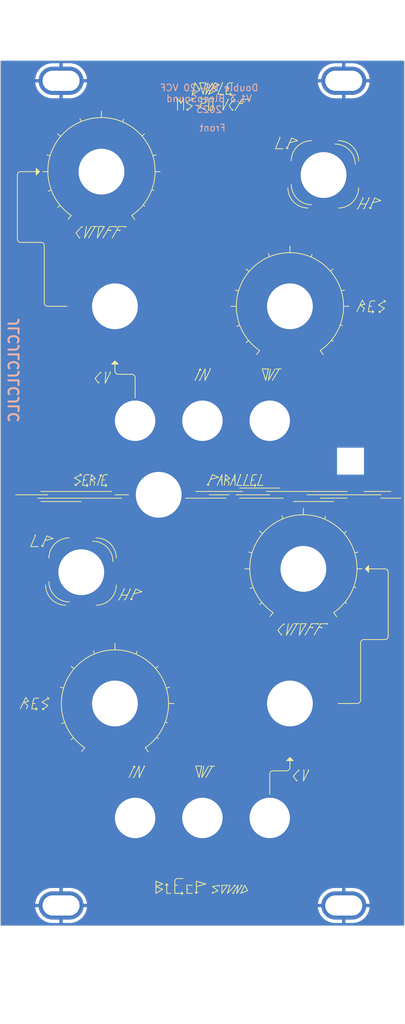
<source format=kicad_pcb>
(kicad_pcb (version 20221018) (generator pcbnew)
  (layers (0 "F.Cu" signal) (31 "B.Cu" signal) (34 "B.Paste" user) (35 "F.Paste" user) (36 "B.SilkS" user "B.Silkscreen") (37 "F.SilkS" user "F.Silkscreen") (38 "B.Mask" user) (39 "F.Mask" user) (44 "Edge.Cuts" user))
  (net 0 "")
  (net 1 "GND")
  (footprint "Synth:Doepfer Mounting hole" (layer "F.Cu") (at 186 30)
    (fp_text reference "H1" hide)
    (fp_text value "MountingHole_Pad")
    (pad "1" thru_hole oval (at 0 0) (size 6.7 4.2) (drill oval 5.5 3) (layers "*.Cu" "*.Mask") (net 1 "GND"))
  )
  (footprint "Synth:Doepfer Mounting hole" (layer "F.Cu") (at 228 30)
    (fp_text reference "H2" hide)
    (fp_text value "MountingHole_Pad")
    (pad "1" thru_hole oval (at 0 0) (size 6.7 4.2) (drill oval 5.5 3) (layers "*.Cu" "*.Mask") (net 1 "GND"))
  )
  (footprint "Synth:Doepfer Mounting hole" (layer "F.Cu") (at 228 152.5)
    (fp_text reference "H3" hide)
    (fp_text value "MountingHole_Pad")
    (pad "1" thru_hole oval (at 0 0) (size 6.7 4.2) (drill oval 5.5 3) (layers "*.Cu" "*.Mask") (net 1 "GND"))
  )
  (footprint "Synth:Doepfer Mounting hole" (layer "F.Cu") (at 186 152.5)
    (fp_text reference "H4" hide)
    (fp_text value "MountingHole_Pad")
    (pad "1" thru_hole oval (at 0 0) (size 6.7 4.2) (drill oval 5.5 3) (layers "*.Cu" "*.Mask") (net 1 "GND"))
  )
  (gr_line (start 183 91) (end 193.5 91) (stroke (width 0.12)) (layer "F.SilkS"))
  (gr_line (start 189 92.5) (end 183 92.5) (stroke (width 0.12)) (layer "F.SilkS"))
  (gr_line (start 182.5 92) (end 195 92) (stroke (width 0.12)) (layer "F.SilkS"))
  (gr_line (start 179.25 91.5) (end 184 91.5) (stroke (width 0.12)) (layer "F.SilkS"))
  (gr_line (start 219 92) (end 212.5 92) (stroke (width 0.12)) (layer "F.SilkS"))
  (gr_line (start 213 91) (end 206 91) (stroke (width 0.12)) (layer "F.SilkS"))
  (gr_line (start 210.5 92) (end 204.5 92) (stroke (width 0.12)) (layer "F.SilkS"))
  (gr_line (start 216.5 91) (end 228.5 91) (stroke (width 0.12)) (layer "F.SilkS"))
  (gr_line (start 201.1 149.3) (end 200.1 148.9) (stroke (width 0.12)) (layer "F.SilkS"))
  (gr_line (start 205.9 150.5) (end 206.1 150.7) (stroke (width 0.12)) (layer "F.SilkS"))
  (gr_line (start 210.7 149.5) (end 209.9 149.5) (stroke (width 0.12)) (layer "F.SilkS"))
  (gr_line (start 213.3 149.5) (end 213.7 150.3) (stroke (width 0.12)) (layer "F.SilkS"))
  (gr_arc (start 226.7 39.4) (mid 228.82132 40.27868) (end 229.7 42.4) (stroke (width 0.12)) (layer "F.SilkS"))
  (gr_arc (start 223.2 48.4) (mid 221.07868 47.52132) (end 220.2 45.4) (stroke (width 0.12)) (layer "F.SilkS"))
  (gr_arc (start 230.2 45.9) (mid 229.32132 48.02132) (end 227.2 48.9) (stroke (width 0.12)) (layer "F.SilkS"))
  (gr_arc (start 222.7 48.9) (mid 220.57868 48.02132) (end 219.7 45.9) (stroke (width 0.12)) (layer "F.SilkS"))
  (gr_arc (start 220.2 41.9) (mid 221.07868 39.77868) (end 223.2 38.9) (stroke (width 0.12)) (layer "F.SilkS"))
  (gr_arc (start 227.2 38.9) (mid 229.32132 39.77868) (end 230.2 41.9) (stroke (width 0.12)) (layer "F.SilkS"))
  (gr_arc (start 234.1 102.5) (mid 234.453552 102.646448) (end 234.6 103) (stroke (width 0.12)) (layer "F.SilkS"))
  (gr_line (start 230 122.5) (end 227.153553 122.5) (stroke (width 0.12)) (layer "F.SilkS"))
  (gr_arc (start 191.2 97.9) (mid 193.32132 98.77868) (end 194.2 100.9) (stroke (width 0.12)) (layer "F.SilkS"))
  (gr_arc (start 184.2 100.9) (mid 185.07868 98.77868) (end 187.2 97.9) (stroke (width 0.12)) (layer "F.SilkS"))
  (gr_arc (start 186.7 107.9) (mid 184.57868 107.02132) (end 183.7 104.9) (stroke (width 0.12)) (layer "F.SilkS"))
  (gr_arc (start 194.2 104.9) (mid 193.32132 107.02132) (end 191.2 107.9) (stroke (width 0.12)) (layer "F.SilkS"))
  (gr_arc (start 187.2 107.4) (mid 185.07868 106.52132) (end 184.2 104.4) (stroke (width 0.12)) (layer "F.SilkS"))
  (gr_arc (start 190.7 98.4) (mid 192.82132 99.27868) (end 193.7 101.4) (stroke (width 0.12)) (layer "F.SilkS"))
  (gr_line (start 230.5 113.5) (end 230.5 122) (stroke (width 0.12)) (layer "F.SilkS"))
  (gr_arc (start 230.5 113.5) (mid 230.646447 113.146447) (end 231 113) (stroke (width 0.12)) (layer "F.SilkS"))
  (gr_line (start 231.7 102.5) (end 234.113389 102.5) (stroke (width 0.12)) (layer "F.SilkS"))
  (gr_arc (start 230.5 122) (mid 230.353553 122.353553) (end 230 122.5) (stroke (width 0.12)) (layer "F.SilkS"))
  (gr_poly (pts (xy 231.2 102.5) (xy 231.7 102) (xy 231.7 103)) (stroke (width 0.1)) (fill solid) (layer "F.SilkS"))
  (gr_line (start 234.6 103) (end 234.6 112.5) (stroke (width 0.12)) (layer "F.SilkS"))
  (gr_line (start 221.625 110.65) (end 222.425 110.65) (stroke (width 0.12)) (layer "F.SilkS"))
  (gr_line (start 206.7 72.8) (end 206.5 72.9) (stroke (width 0.12)) (layer "F.SilkS"))
  (gr_line (start 210.85 32.75) (end 210.05 34.35) (stroke (width 0.12)) (layer "F.SilkS"))
  (gr_line (start 230.45 48.3) (end 231.3 48.3) (stroke (width 0.12)) (layer "F.SilkS"))
  (gr_line (start 206.7 33.45) (end 206.7 33.95) (stroke (width 0.12)) (layer "F.SilkS"))
  (gr_line (start 233.25 64.4) (end 233.25 64.2) (stroke (width 0.12)) (layer "F.SilkS"))
  (gr_line (start 232.6 47.4) (end 233.5 47.8) (stroke (width 0.12)) (layer "F.SilkS"))
  (gr_line (start 209.9 89.3) (end 209.6 89.3) (stroke (width 0.12)) (layer "F.SilkS"))
  (gr_line (start 219.075 110.65) (end 219.175 110.75) (stroke (width 0.12)) (layer "F.SilkS"))
  (gr_line (start 234.15 62.7) (end 233.15 63.3) (stroke (width 0.12)) (layer "F.SilkS"))
  (gr_line (start 224.5875 110.65) (end 225.6375 110.65) (stroke (width 0.12)) (layer "F.SilkS"))
  (gr_line (start 230.1 49) (end 230 49) (stroke (width 0.12)) (layer "F.SilkS"))
  (gr_line (start 196.8 133.5) (end 196.7 133.5) (stroke (width 0.12)) (layer "F.SilkS"))
  (gr_line (start 206.1 150.7) (end 206.1 150.5) (stroke (width 0.12)) (layer "F.SilkS"))
  (gr_line (start 226.39 57.972083) (end 226.04 58.292083) (stroke (width 0.12)) (layer "F.SilkS"))
  (gr_line (start 232.45 64.3) (end 232.25 64.5) (stroke (width 0.12)) (layer "F.SilkS"))
  (gr_line (start 211.45 34.4) (end 211.55 34.25) (stroke (width 0.12)) (layer "F.SilkS"))
  (gr_arc (start 194.5 73.6) (mid 194.146447 73.453553) (end 194 73.1) (stroke (width 0.12)) (layer "F.SilkS"))
  (gr_line (start 207.5 149.3) (end 206.1 149.7) (stroke (width 0.12)) (layer "F.SilkS"))
  (gr_line (start 182.2 97.5) (end 182.1 97.5) (stroke (width 0.12)) (layer "F.SilkS"))
  (gr_line (start 214.35 89.3) (end 214.65 89.3) (stroke (width 0.12)) (layer "F.SilkS"))
  (gr_line (start 236.5 92) (end 233.5 92) (stroke (width 0.12)) (layer "F.SilkS"))
  (gr_line (start 217.1 72.8) (end 216.8 74.5) (stroke (width 0.12)) (layer "F.SilkS"))
  (gr_line (start 202.1 120.072083) (end 201.64 120.212083) (stroke (width 0.12)) (layer "F.SilkS"))
  (gr_line (start 191.625 51.65) (end 192.425 51.65) (stroke (width 0.12)) (layer "F.SilkS"))
  (gr_line (start 205.6 32.65) (end 205.6 32.85) (stroke (width 0.12)) (layer "F.SilkS"))
  (gr_line (start 203.3 32.65) (end 203.3 34.35) (stroke (width 0.12)) (layer "F.SilkS"))
  (gr_line (start 183 54) (end 180 54) (stroke (width 0.12)) (layer "F.SilkS"))
  (gr_line (start 211.85 88.5) (end 211.85 90.1) (stroke (width 0.12)) (layer "F.SilkS"))
  (gr_arc (start 187.5 50) (mid 192 35.462851) (end 196.5 50) (stroke (width 0.12)) (layer "F.SilkS"))
  (gr_line (start 210.7 30.7) (end 210.5 32) (stroke (width 0.12)) (layer "F.SilkS"))
  (gr_line (start 204.7 34.35) (end 204.9 34.35) (stroke (width 0.12)) (layer "F.SilkS"))
  (gr_poly (pts (xy 220.5 131) (xy 219.5 131) (xy 220 130.5)) (stroke (width 0.1)) (fill solid) (layer "F.SilkS"))
  (gr_line (start 229.8 105.3) (end 229.49 105.19) (stroke (width 0.12)) (layer "F.SilkS"))
  (gr_line (start 182.3 43.5) (end 180 43.5) (stroke (width 0.12)) (layer "F.SilkS"))
  (gr_line (start 199.8 46.3) (end 199.49 46.19) (stroke (width 0.12)) (layer "F.SilkS"))
  (gr_line (start 190.45 89.25) (end 191 89.6) (stroke (width 0.12)) (layer "F.SilkS"))
  (gr_line (start 233.15 63.3) (end 234.05 63.8) (stroke (width 0.12)) (layer "F.SilkS"))
  (gr_line (start 188.725 53.35) (end 188.825 53.25) (stroke (width 0.12)) (layer "F.SilkS"))
  (gr_line (start 224.175 110.75) (end 224.275 110.65) (stroke (width 0.12)) (layer "F.SilkS"))
  (gr_line (start 222.425 110.65) (end 221.375 112.35) (stroke (width 0.12)) (layer "F.SilkS"))
  (gr_line (start 215.9 72.8) (end 216.8 72.8) (stroke (width 0.12)) (layer "F.SilkS"))
  (gr_line (start 218.5 90.5) (end 212.5 90.5) (stroke (width 0.12)) (layer "F.SilkS"))
  (gr_line (start 207.1 32) (end 206.6 30.3) (stroke (width 0.12)) (layer "F.SilkS"))
  (gr_line (start 189.4 89.3) (end 189.7 89.3) (stroke (width 0.12)) (layer "F.SilkS"))
  (gr_line (start 180.75 121.6) (end 179.95 123.3) (stroke (width 0.12)) (layer "F.SilkS"))
  (gr_line (start 184.15 121.7) (end 183.95 121.6) (stroke (width 0.12)) (layer "F.SilkS"))
  (gr_line (start 223.3 55.772083) (end 223.14 56.152083) (stroke (width 0.12)) (layer "F.SilkS"))
  (gr_line (start 212.3 149.5) (end 211.5 150.7) (stroke (width 0.12)) (layer "F.SilkS"))
  (gr_line (start 226.5 92.5) (end 220.5 92.5) (stroke (width 0.12)) (layer "F.SilkS"))
  (gr_line (start 203.3 148.5) (end 204.1 148.5) (stroke (width 0.12)) (layer "F.SilkS"))
  (gr_line (start 207.8 90.1) (end 207.7 89.9) (stroke (width 0.12)) (layer "F.SilkS"))
  (gr_line (start 208.1 131.8) (end 208.8 131.8) (stroke (width 0.12)) (layer "F.SilkS"))
  (gr_line (start 184 63.5) (end 186.846447 63.5) (stroke (width 0.12)) (layer "F.SilkS"))
  (gr_line (start 188.225 52.6) (end 188.725 53.35) (stroke (width 0.12)) (layer "F.SilkS"))
  (gr_line (start 212.9 149.5) (end 212.7 149.5) (stroke (width 0.12)) (layer "F.SilkS"))
  (gr_line (start 206.7 33.95) (end 207.5 34.35) (stroke (width 0.12)) (layer "F.SilkS"))
  (gr_line (start 207.5 30.3) (end 207.1 32) (stroke (width 0.12)) (layer "F.SilkS"))
  (gr_line (start 222.1 132.4) (end 222 134) (stroke (width 0.12)) (layer "F.SilkS"))
  (gr_line (start 204.7 34.35) (end 204.7 34.15) (stroke (width 0.12)) (layer "F.SilkS"))
  (gr_line (start 196 91.5) (end 194 91.5) (stroke (width 0.12)) (layer "F.SilkS"))
  (gr_line (start 226.43 68.712083) (end 226.19 68.512083) (stroke (width 0.12)) (layer "F.SilkS"))
  (gr_line (start 191.85 73.3) (end 191.05 74.2) (stroke (width 0.12)) (layer "F.SilkS"))
  (gr_arc (start 217.5 109) (mid 222 94.462851) (end 226.5 109) (stroke (width 0.12)) (layer "F.SilkS"))
  (gr_line (start 183.2 99.2) (end 183.1 99) (stroke (width 0.12)) (layer "F.SilkS"))
  (gr_line (start 219.475 112.35) (end 220.475 110.65) (stroke (width 0.12)) (layer "F.SilkS"))
  (gr_line (start 230.9 47.4) (end 230.8 47.4) (stroke (width 0.12)) (layer "F.SilkS"))
  (gr_line (start 222.9 111.2) (end 223.425 111.2) (stroke (width 0.12)) (layer "F.SilkS"))
  (gr_line (start 191.95 88.5) (end 191.75 88.6) (stroke (width 0.12)) (layer "F.SilkS"))
  (gr_line (start 231.05 63.8) (end 230.85 64.3) (stroke (width 0.12)) (layer "F.SilkS"))
  (gr_line (start 193.325 52.3) (end 193.425 52.2) (stroke (width 0.12)) (layer "F.SilkS"))
  (gr_line (start 223.225 110.65) (end 224.275 110.65) (stroke (width 0.12)) (layer "F.SilkS"))
  (gr_line (start 212.1 150.7) (end 212.9 149.5) (stroke (width 0.12)) (layer "F.SilkS"))
  (gr_line (start 195.5 107.1) (end 195.4 107.1) (stroke (width 0.12)) (layer "F.SilkS"))
  (gr_line (start 201.7 150.7) (end 202.3 150.7) (stroke (width 0.12)) (layer "F.SilkS"))
  (gr_line (start 193.225 51.65) (end 192.225 53.35) (stroke (width 0.12)) (layer "F.SilkS"))
  (gr_line (start 189.2 90.1) (end 189.9 90.1) (stroke (width 0.12)) (layer "F.SilkS"))
  (gr_line (start 196.3 105.5) (end 196.2 105.5) (stroke (width 0.12)) (layer "F.SilkS"))
  (gr_line (start 225.3 94.7) (end 225.14 95.08) (stroke (width 0.12)) (layer "F.SilkS"))
  (gr_line (start 232.45 64.3) (end 232.25 64.1) (stroke (width 0.12)) (layer "F.SilkS"))
  (gr_line (start 216.4 74.5) (end 215.9 72.8) (stroke (width 0.12)) (layer "F.SilkS"))
  (gr_arc (start 214.35 88.9) (mid 214.467157 88.617157) (end 214.75 88.5) (stroke (width 0.12)) (layer "F.SilkS"))
  (gr_line (start 182.45 123.3) (end 182.25 123.5) (stroke (width 0.12)) (layer "F.SilkS"))
  (gr_line (start 207.2 131.8) (end 206.9 133.5) (stroke (width 0.12)) (layer "F.SilkS"))
  (gr_line (start 189 88.5) (end 188 89) (stroke (width 0.12)) (layer "F.SilkS"))
  (gr_line (start 189.5 129.072083) (end 189.04 129.662083) (stroke (width 0.12)) (layer "F.SilkS"))
  (gr_line (start 221.3 132.4) (end 221.4 132.5) (stroke (width 0.12)) (layer "F.SilkS"))
  (gr_line (start 204.2 32.65) (end 204 32.55) (stroke (width 0.12)) (layer "F.SilkS"))
  (gr_line (start 218.55 38.4) (end 217.85 40.1) (stroke (width 0.12)) (layer "F.SilkS"))
  (gr_line (start 204.7 149.5) (end 205.5 149.5) (stroke (width 0.12)) (layer "F.SilkS"))
  (gr_line (start 206.7 32.65) (end 207.5 32.75) (stroke (width 0.12)) (layer "F.SilkS"))
  (gr_line (start 197.6 133.5) (end 198.4 131.8) (stroke (width 0.12)) (layer "F.SilkS"))
  (gr_line (start 213.5 57.972083) (end 213.91 58.322083) (stroke (width 0.12)) (layer "F.SilkS"))
  (gr_line (start 213.3 149.5) (end 212.7 150.7) (stroke (width 0.12)) (layer "F.SilkS"))
  (gr_arc (start 189.5 129.072083) (mid 194 114.534934) (end 198.5 129.072083) (stroke (width 0.12)) (layer "F.SilkS"))
  (gr_line (start 206.6 74.5) (end 206.5 74.5) (stroke (width 0.12)) (layer "F.SilkS"))
  (gr_line (start 188.1 90.1) (end 188.3 90.1) (stroke (width 0.12)) (layer "F.SilkS"))
  (gr_line (start 189.775 51.65) (end 189.475 53.35) (stroke (width 0.12)) (layer "F.SilkS"))
  (gr_line (start 211.05 89.1) (end 210.4 89.25) (stroke (width 0.12)) (layer "F.SilkS"))
  (gr_line (start 191.375 53.35) (end 191.625 51.65) (stroke (width 0.12)) (layer "F.SilkS"))
  (gr_line (start 228.1 61.072083) (end 227.64 61.212083) (stroke (width 0.12)) (layer "F.SilkS"))
  (gr_line (start 213.29 102.5) (end 214.061612 102.5) (stroke (width 0.12)) (layer "F.SilkS"))
  (gr_line (start 187.5 127.872083) (end 187.85 127.582083) (stroke (width 0.12)) (layer "F.SilkS"))
  (gr_line (start 210 30.3) (end 209.9 30.3) (stroke (width 0.12)) (layer "F.SilkS"))
  (gr_line (start 234.05 63.8) (end 233.25 64.4) (stroke (width 0.12)) (layer "F.SilkS"))
  (gr_arc (start 217 133) (mid 217.146447 132.646447) (end 217.5 132.5) (stroke (width 0.12)) (layer "F.SilkS"))
  (gr_line (start 198 105.9) (end 196.8 106.2) (stroke (width 0.12)) (layer "F.SilkS"))
  (gr_line (start 200.39 116.972083) (end 200.04 117.292083) (stroke (width 0.12)) (layer "F.SilkS"))
  (gr_line (start 231.15 63.2) (end 230.45 63.3) (stroke (width 0.12)) (layer "F.SilkS"))
  (gr_line (start 189 88.5) (end 188.8 88.4) (stroke (width 0.12)) (layer "F.SilkS"))
  (gr_line (start 191.55 74.9) (end 191.65 74.8) (stroke (width 0.12)) (layer "F.SilkS"))
  (gr_line (start 192.65 73.3) (end 192.55 74.9) (stroke (width 0.12)) (layer "F.SilkS"))
  (gr_line (start 192.8 90.1) (end 192.6 89.9) (stroke (width 0.12)) (layer "F.SilkS"))
  (gr_line (start 217 136) (end 217 133) (stroke (width 0.12)) (layer "F.SilkS"))
  (gr_line (start 234.15 62.7) (end 234.15 62.9) (stroke (width 0.12)) (layer "F.SilkS"))
  (gr_line (start 201.7 149.3) (end 201.7 150.7) (stroke (width 0.12)) (layer "F.SilkS"))
  (gr_line (start 181.85 122.1) (end 181.65 123.3) (stroke (width 0.12)) (layer "F.SilkS"))
  (gr_line (start 215.5 107.8) (end 215.85 107.51) (stroke (width 0.12)) (layer "F.SilkS"))
  (gr_line (start 218 72.8) (end 218.7 72.8) (stroke (width 0.12)) (layer "F.SilkS"))
  (gr_line (start 212 63.5) (end 211.228388 63.5) (stroke (width 0.12)) (layer "F.SilkS"))
  (gr_line (start 208.5 131.8) (end 207.5 133.5) (stroke (width 0.12)) (layer "F.SilkS"))
  (gr_line (start 234.1 113) (end 231.1 113) (stroke (width 0.12)) (layer "F.SilkS"))
  (gr_line (start 204.2 32.65) (end 203.8 33.35) (stroke (width 0.12)) (layer "F.SilkS"))
  (gr_line (start 206.9 133.5) (end 207.9 131.8) (stroke (width 0.12)) (layer "F.SilkS"))
  (gr_line (start 218.725 112.35) (end 218.825 112.25) (stroke (width 0.12)) (layer "F.SilkS"))
  (gr_line (start 189 88.5) (end 189 88.7) (stroke (width 0.12)) (layer "F.SilkS"))
  (gr_line (start 184.15 121.7) (end 183.15 122.3) (stroke (width 0.12)) (layer "F.SilkS"))
  (gr_line (start 220 132) (end 220 131) (stroke (width 0.12)) (layer "F.SilkS"))
  (gr_line (start 228.43 107.64) (end 228.19 107.44) (stroke (width 0.12)) (layer "F.SilkS"))
  (gr_line (start 184.1 46.4) (end 184.54 46.24) (stroke (width 0.12)) (layer "F.SilkS"))
  (gr_line (start 202.9 148.9) (end 202.9 150.7) (stroke (width 0.12)) (layer "F.SilkS"))
  (gr_line (start 198.39 37.9) (end 198.04 38.22) (stroke (width 0.12)) (layer "F.SilkS"))
  (gr_line (start 230.75 62.6) (end 231.15 63.2) (stroke (width 0.12)) (layer "F.SilkS"))
  (gr_line (start 222.5 91.5) (end 233.5 91.5) (stroke (width 0.12)) (layer "F.SilkS"))
  (gr_line (start 193.225 51.65) (end 194.275 51.65) (stroke (width 0.12)) (layer "F.SilkS"))
  (gr_line (start 210.7 150.7) (end 211.9 149.5) (stroke (width 0.12)) (layer "F.SilkS"))
  (gr_line (start 208.5 149.7) (end 209.3 150.3) (stroke (width 0.12)) (layer "F.SilkS"))
  (gr_line (start 203.8 33.35) (end 203.3 32.65) (stroke (width 0.12)) (layer "F.SilkS"))
  (gr_line (start 194 73.1) (end 194 72.1) (stroke (width 0.12)) (layer "F.SilkS"))
  (gr_line (start 214.95 90.1) (end 214.75 89.9) (stroke (width 0.12)) (layer "F.SilkS"))
  (gr_line (start 218.225 111.6) (end 218.725 112.35) (stroke (width 0.12)) (layer "F.SilkS"))
  (gr_line (start 225.5375 110.75) (end 225.6375 110.65) (stroke (width 0.12)) (layer "F.SilkS"))
  (gr_line (start 216.8 55.672083) (end 216.99 56.122083) (stroke (width 0.12)) (layer "F.SilkS"))
  (gr_line (start 190 90.1) (end 189.8 89.9) (stroke (width 0.12)) (layer "F.SilkS"))
  (gr_line (start 211.5 150.7) (end 211.7 150.7) (stroke (width 0.12)) (layer "F.SilkS"))
  (gr_line (start 180.45 122.3) (end 181.05 122.8) (stroke (width 0.12)) (layer "F.SilkS"))
  (gr_line (start 208 91.5) (end 211 91.5) (stroke (width 0.12)) (layer "F.SilkS"))
  (gr_line (start 183.9 97.6) (end 183.2 99.2) (stroke (width 0.12)) (layer "F.SilkS"))
  (gr_arc (start 181.85 122.1) (mid 181.967157 121.817157) (end 182.25 121.7) (stroke (width 0.12)) (layer "F.SilkS"))
  (gr_line (start 192.2 89.3) (end 192.5 89.3) (stroke (width 0.12)) (layer "F.SilkS"))
  (gr_line (start 197 77.1) (end 197 74.1) (stroke (width 0.12)) (layer "F.SilkS"))
  (gr_line (start 204.2 32.65) (end 204.2 34.35) (stroke (width 0.12)) (layer "F.SilkS"))
  (gr_line (start 211.9 149.5) (end 211.7 149.5) (stroke (width 0.12)) (layer "F.SilkS"))
  (gr_line (start 207.4 74.5) (end 208.2 72.8) (stroke (width 0.12)) (layer "F.SilkS"))
  (gr_line (start 219.5 132.5) (end 217.5 132.5) (stroke (width 0.12)) (layer "F.SilkS"))
  (gr_line (start 210 30.3) (end 209.3 32) (stroke (width 0.12)) (layer "F.SilkS"))
  (gr_line (start 206.1 150.7) (end 206.3 150.5) (stroke (width 0.12)) (layer "F.SilkS"))
  (gr_line (start 230.75 62.6) (end 229.95 64.3) (stroke (width 0.12)) (layer "F.SilkS"))
  (gr_line (start 223.225 110.65) (end 222.225 112.35) (stroke (width 0.12)) (layer "F.SilkS"))
  (gr_line (start 210.7 31.1) (end 211 31.1) (stroke (width 0.12)) (layer "F.SilkS"))
  (gr_arc (start 215.5 70.072083) (mid 220 55.534934) (end 224.5 70.072083) (stroke (width 0.12)) (layer "F.SilkS"))
  (gr_line (start 207.9 32) (end 209.1 31.4) (stroke (width 0.12)) (layer "F.SilkS"))
  (gr_line (start 230.9 47.4) (end 230.1 49) (stroke (width 0.12)) (layer "F.SilkS"))
  (gr_line (start 187.5 50) (end 187.04 50.59) (stroke (width 0.12)) (layer "F.SilkS"))
  (gr_line (start 208.5 31) (end 209.5 30.6) (stroke (width 0.12)) (layer "F.SilkS"))
  (gr_line (start 198.4 131.8) (end 198.3 131.8) (stroke (width 0.12)) (layer "F.SilkS"))
  (gr_arc (start 210.7 30.7) (mid 210.817157 30.417157) (end 211.1 30.3) (stroke (width 0.12)) (layer "F.SilkS"))
  (gr_line (start 198.43 48.64) (end 198.19 48.44) (stroke (width 0.12)) (layer "F.SilkS"))
  (gr_line (start 190.5 88.5) (end 190.3 90.1) (stroke (width 0.12)) (layer "F.SilkS"))
  (gr_line (start 231.9 49) (end 231.8 48.8) (stroke (width 0.12)) (layer "F.SilkS"))
  (gr_line (start 189.075 51.65) (end 189.175 51.75) (stroke (width 0.12)) (layer "F.SilkS"))
  (gr_line (start 206 131.8) (end 206.9 131.8) (stroke (width 0.12)) (layer "F.SilkS"))
  (gr_line (start 212.875 33.45) (end 212.975 33.35) (stroke (width 0.12)) (layer "F.SilkS"))
  (gr_line (start 209.9 88.5) (end 209.2 90.1) (stroke (width 0.12)) (layer "F.SilkS"))
  (gr_line (start 214.75 88.5) (end 215.05 88.5) (stroke (width 0.12)) (layer "F.SilkS"))
  (gr_line (start 183.29 43.5) (end 184.061612 43.5) (stroke (width 0.12)) (layer "F.SilkS"))
  (gr_line (start 195.3 35.7) (end 195.14 36.08) (stroke (width 0.12)) (layer "F.SilkS"))
  (gr_line (start 207.4 72.8) (end 207.4 74.5) (stroke (width 0.12)) (layer "F.SilkS"))
  (gr_line (start 183.9 41) (end 184.36 41.14) (stroke (width 0.12)) (layer "F.SilkS"))
  (gr_line (start 183.25 123.4) (end 183.25 123.2) (stroke (width 0.12)) (layer "F.SilkS"))
  (gr_line (start 200.1 41) (end 199.64 41.14) (stroke (width 0.12)) (layer "F.SilkS"))
  (gr_line (start 201.8 125.372083) (end 201.49 125.262083) (stroke (width 0.12)) (layer "F.SilkS"))
  (gr_line (start 210.15 32.75) (end 210.05 32.75) (stroke (width 0.12)) (layer "F.SilkS"))
  (gr_line (start 192.8 90.1) (end 192.6 90.3) (stroke (width 0.12)) (layer "F.SilkS"))
  (gr_line (start 201.7 149.3) (end 201.9 149.5) (stroke (width 0.12)) (layer "F.SilkS"))
  (gr_line (start 200.1 148.9) (end 200.1 150.7) (stroke (width 0.12)) (layer "F.SilkS"))
  (gr_line (start 200.1 150.7) (end 201.1 150.1) (stroke (width 0.12)) (layer "F.SilkS"))
  (gr_line (start 210.95 33.65) (end 211.45 34.4) (stroke (width 0.12)) (layer "F.SilkS"))
  (gr_arc (start 180 54) (mid 179.646447 53.853553) (end 179.5 53.5) (stroke (width 0.12)) (layer "F.SilkS"))
  (gr_line (start 188.1 90.1) (end 188.1 89.9) (stroke (width 0.12)) (layer "F.SilkS"))
  (gr_line (start 206.6 31.4) (end 205.9 30.3) (stroke (width 0.12)) (layer "F.SilkS"))
  (gr_line (start 222 94.461611) (end 222 93.5) (stroke (width 0.12)) (layer "F.SilkS"))
  (gr_line (start 206.7 72.8) (end 206.8 73) (stroke (width 0.12)) (layer "F.SilkS"))
  (gr_line (start 184.05 122.8) (end 183.25 123.4) (stroke (width 0.12)) (layer "F.SilkS"))
  (gr_line (start 219.775 110.65) (end 219.475 112.35) (stroke (width 0.12)) (layer "F.SilkS"))
  (gr_arc (start 183 54) (mid 183.353553 54.146447) (end 183.5 54.5) (stroke (width 0.12)) (layer "F.SilkS"))
  (gr_line (start 206.5 133.5) (end 206 131.8) (stroke (width 0.12)) (layer "F.SilkS"))
  (gr_arc (start 179.5 44) (mid 179.646448 43.646448) (end 180 43.5) (stroke (width 0.12)) (layer "F.SilkS"))
  (gr_line (start 180.75 121.6) (end 181.15 122.2) (stroke (width 0.12)) (layer "F.SilkS"))
  (gr_line (start 212.85 32.75) (end 213.9 32.75) (stroke (width 0.12)) (layer "F.SilkS"))
  (gr_line (start 197.1 105.5) (end 196.4 107.1) (stroke (width 0.12)) (layer "F.SilkS"))
  (gr_line (start 216.8 74.5) (end 217.8 72.8) (stroke (width 0.12)) (layer "F.SilkS"))
  (gr_line (start 196.9 131.8) (end 197 132) (stroke (width 0.12)) (layer "F.SilkS"))
  (gr_line (start 210.85 32.75) (end 210.75 32.75) (stroke (width 0.12)) (layer "F.SilkS"))
  (gr_line (start 202 122.5) (end 202.771612 122.5) (stroke (width 0.12)) (layer "F.SilkS"))
  (gr_line (start 208.5 88.5) (end 207.8 90.1) (stroke (width 0.12)) (layer "F.SilkS"))
  (gr_line (start 223.325 111.3) (end 223.425 111.2) (stroke (width 0.12)) (layer "F.SilkS"))
  (gr_line (start 210.15 32.75) (end 210.05 34.35) (stroke (width 0.12)) (layer "F.SilkS"))
  (gr_line (start 206.9 131.8) (end 206.5 133.5) (stroke (width 0.12)) (layer "F.SilkS"))
  (gr_line (start 231.8 47.4) (end 231.7 47.4) (stroke (width 0.12)) (layer "F.SilkS"))
  (gr_arc (start 220 132) (mid 219.853553 132.353553) (end 219.5 132.5) (stroke (width 0.12)) (layer "F.SilkS"))
  (gr_arc (start 202.9 148.9) (mid 203.017157 148.617157) (end 203.3 148.5) (stroke (width 0.12)) (layer "F.SilkS"))
  (gr_line (start 191.95 88.5) (end 192.05 88.7) (stroke (width 0.12)) (layer "F.SilkS"))
  (gr_line (start 182.45 123.3) (end 182.25 123.1) (stroke (width 0.12)) (layer "F.SilkS"))
  (gr_line (start 204.7 150.7) (end 205.5 150.7) (stroke (width 0.12)) (layer "F.SilkS"))
  (gr_line (start 231.65 64.3) (end 232.35 64.3) (stroke (width 0.12)) (layer "F.SilkS"))
  (gr_line (start 207.8 30.3) (end 207.5 32) (stroke (width 0.12)) (layer "F.SilkS"))
  (gr_line (start 219.55 40.1) (end 219.45 39.9) (stroke (width 0.12)) (layer "F.SilkS"))
  (gr_line (start 208.5 150.7) (end 208.5 150.5) (stroke (width 0.12)) (layer "F.SilkS"))
  (gr_line (start 190.5 88.5) (end 191.1 89.1) (stroke (width 0.12)) (layer "F.SilkS"))
  (gr_line (start 221.375 112.35) (end 221.625 110.65) (stroke (width 0.12)) (layer "F.SilkS"))
  (gr_line (start 183.25 123.4) (end 183.45 123.4) (stroke (width 0.12)) (layer "F.SilkS"))
  (gr_line (start 215.8 88.5) (end 215.7 88.5) (stroke (width 0.12)) (layer "F.SilkS"))
  (gr_line (start 210.4 89.25) (end 210.95 89.6) (stroke (width 0.12)) (layer "F.SilkS"))
  (gr_line (start 208.5 88.5) (end 209.4 88.9) (stroke (width 0.12)) (layer "F.SilkS"))
  (gr_line (start 213.7 88.5) (end 213.6 88.5) (stroke (width 0.12)) (layer "F.SilkS"))
  (gr_line (start 194.2625 52.2) (end 194.7875 52.2) (stroke (width 0.12)) (layer "F.SilkS"))
  (gr_line (start 211.1 149.5) (end 210.9 149.5) (stroke (width 0.12)) (layer "F.SilkS"))
  (gr_line (start 194.6875 52.3) (end 194.7875 52.2) (stroke (width 0.12)) (layer "F.SilkS"))
  (gr_line (start 213.8 32.85) (end 213.9 32.75) (stroke (width 0.12)) (layer "F.SilkS"))
  (gr_arc (start 189.4 88.9) (mid 189.517157 88.617157) (end 189.8 88.5) (stroke (width 0.12)) (layer "F.SilkS"))
  (gr_line (start 204.7 149.5) (end 204.7 150.7) (stroke (width 0.12)) (layer "F.SilkS"))
  (gr_line (start 212.55 33.35) (end 212.975 33.35) (stroke (width 0.12)) (layer "F.SilkS"))
  (gr_line (start 202.9 150.7) (end 204.1 150.7) (stroke (width 0.12)) (layer "F.SilkS"))
  (gr_line (start 231 49) (end 230.9 49) (stroke (width 0.12)) (layer "F.SilkS"))
  (gr_line (start 197.3 114.772083) (end 197.14 115.152083) (stroke (width 0.12)) (layer "F.SilkS"))
  (gr_line (start 211.85 88.5) (end 211.15 90.1) (stroke (width 0.12)) (layer "F.SilkS"))
  (gr_line (start 186.1 125.472083) (end 186.54 125.312083) (stroke (width 0.12)) (layer "F.SilkS"))
  (gr_line (start 233.5 47.8) (end 232.3 48.1) (stroke (width 0.12)) (layer "F.SilkS"))
  (gr_line (start 209.3 150.3) (end 208.5 150.7) (stroke (width 0.12)) (layer "F.SilkS"))
  (gr_line (start 191.85 73.3) (end 191.95 73.4) (stroke (width 0.12)) (layer "F.SilkS"))
  (gr_line (start 221.15 38.9) (end 219.95 39.2) (stroke (width 0.12)) (layer "F.SilkS"))
  (gr_line (start 201.7 149.3) (end 201.5 149.5) (stroke (width 0.12)) (layer "F.SilkS"))
  (gr_line (start 209.4 88.9) (end 208.2 89.2) (stroke (width 0.12)) (layer "F.SilkS"))
  (gr_line (start 217.5 109) (end 217.04 109.59) (stroke (width 0.12)) (layer "F.SilkS"))
  (gr_line (start 191.05 74.2) (end 191.55 74.9) (stroke (width 0.12)) (layer "F.SilkS"))
  (gr_line (start 191 89.6) (end 190.9 90.1) (stroke (width 0.12)) (layer "F.SilkS"))
  (gr_line (start 235 91) (end 231 91) (stroke (width 0.12)) (layer "F.SilkS"))
  (gr_line (start 218.55 38.4) (end 218.45 38.4) (stroke (width 0.12)) (layer "F.SilkS"))
  (gr_line (start 226.5 109) (end 226.95 109.61) (stroke (width 0.12)) (layer "F.SilkS"))
  (gr_line (start 190 90.1) (end 189.8 90.3) (stroke (width 0.12)) (layer "F.SilkS"))
  (gr_line (start 206.1 148.9) (end 206.1 150.7) (stroke (width 0.12)) (layer "F.SilkS"))
  (gr_line (start 221 134) (end 221.1 133.9) (stroke (width 0.12)) (layer "F.SilkS"))
  (gr_line (start 189.075 51.65) (end 188.225 52.6) (stroke (width 0.12)) (layer "F.SilkS"))
  (gr_line (start 181.65 123.3) (end 182.35 123.3) (stroke (width 0.12)) (layer "F.SilkS"))
  (gr_line (start 189.475 53.35) (end 190.475 51.65) (stroke (width 0.12)) (layer "F.SilkS"))
  (gr_line (start 222.1 132.4) (end 222 132.4) (stroke (width 0.12)) (layer "F.SilkS"))
  (gr_line (start 230.1 100) (end 229.64 100.14) (stroke (width 0.12)) (layer "F.SilkS"))
  (gr_line (start 209.5 30.6) (end 208.9 30.3) (stroke (width 0.12)) (layer "F.SilkS"))
  (gr_line (start 218.8 94.6) (end 218.99 95.05) (stroke (width 0.12)) (layer "F.SilkS"))
  (gr_line (start 212.7 88.5) (end 212.1 90.1) (stroke (width 0.12)) (layer "F.SilkS"))
  (gr_line (start 189.4 88.9) (end 189.2 90.1) (stroke (width 0.12)) (layer "F.SilkS"))
  (gr_line (start 187.5 116.972083) (end 187.91 117.322083) (stroke (width 0.12)) (layer "F.SilkS"))
  (gr_line (start 211.3 32) (end 211.1 32.2) (stroke (width 0.12)) (layer "F.SilkS"))
  (gr_line (start 220.5 133.3) (end 221 134) (stroke (width 0.12)) (layer "F.SilkS"))
  (gr_line (start 181.85 122.5) (end 182.15 122.5) (stroke (width 0.12)) (layer "F.SilkS"))
  (gr_line (start 208.6 32.65) (end 208.5 34.35) (stroke (width 0.12)) (layer "F.SilkS"))
  (gr_line (start 204.7 150.1) (end 204.9 150.1) (stroke (width 0.12)) (layer "F.SilkS"))
  (gr_line (start 209.9 149.5) (end 209.9 150.7) (stroke (width 0.12)) (layer "F.SilkS"))
  (gr_line (start 205.5 33.75) (end 204.7 34.35) (stroke (width 0.12)) (layer "F.SilkS"))
  (gr_line (start 234.15 62.7) (end 233.95 62.6) (stroke (width 0.12)) (layer "F.SilkS"))
  (gr_line (start 208 90) (end 207.8 90.1) (stroke (width 0.12)) (layer "F.SilkS"))
  (gr_line (start 193.35 73.3) (end 193.25 73.3) (stroke (width 0.12)) (layer "F.SilkS"))
  (gr_line (start 181.05 122.8) (end 180.85 123.3) (stroke (width 0.12)) (layer "F.SilkS"))
  (gr_line (start 196.5 50) (end 196.95 50.61) (stroke (width 0.12)) (layer "F.SilkS"))
  (gr_line (start 207.5 33.25) (end 206.7 33.45) (stroke (width 0.12)) (layer "F.SilkS"))
  (gr_line (start 215.5 96.9) (end 215.91 97.25) (stroke (width 0.12)) (layer "F.SilkS"))
  (gr_line (start 217.85 40.1) (end 218.95 40.1) (stroke (width 0.12)) (layer "F.SilkS"))
  (gr_line (start 228 63.5) (end 228.771612 63.5) (stroke (width 0.12)) (layer "F.SilkS"))
  (gr_line (start 194.6 107.1) (end 194.5 107.1) (stroke (width 0.12)) (layer "F.SilkS"))
  (gr_poly (pts (xy 182.8 43.5) (xy 182.3 44) (xy 182.3 43)) (stroke (width 0.1)) (fill solid) (layer "F.SilkS"))
  (gr_line (start 206.1 148.9) (end 207.5 149.3) (stroke (width 0.12)) (layer "F.SilkS"))
  (gr_line (start 231.85 63.5) (end 232.15 63.5) (stroke (width 0.12)) (layer "F.SilkS"))
  (gr_line (start 181.15 122.2) (end 180.45 122.3) (stroke (width 0.12)) (layer "F.SilkS"))
  (gr_line (start 192.2 88.9) (end 192 90.1) (stroke (width 0.12)) (layer "F.SilkS"))
  (gr_line (start 205.6 32.65) (end 204.6 33.25) (stroke (width 0.12)) (layer "F.SilkS"))
  (gr_line (start 213.9 100) (end 214.36 100.14) (stroke (width 0.12)) (layer "F.SilkS"))
  (gr_line (start 185.5 37.9) (end 185.91 38.25) (stroke (width 0.12)) (layer "F.SilkS"))
  (gr_line (start 192 90.1) (end 192.7 90.1) (stroke (width 0.12)) (layer "F.SilkS"))
  (gr_line (start 191.075 51.65) (end 190.075 53.35) (stroke (width 0.12)) (layer "F.SilkS"))
  (gr_line (start 195.4 105.5) (end 194.6 107.1) (stroke (width 0.12)) (layer "F.SilkS"))
  (gr_line (start 216.8 72.8) (end 216.4 74.5) (stroke (width 0.12)) (layer "F.SilkS"))
  (gr_line (start 199.944194 43.5) (end 200.715806 43.5) (stroke (width 0.12)) (layer "F.SilkS"))
  (gr_line (start 188.8 35.6) (end 188.99 36.05) (stroke (width 0.12)) (layer "F.SilkS"))
  (gr_line (start 207.5 32.75) (end 207.5 33.25) (stroke (width 0.12)) (layer "F.SilkS"))
  (gr_line (start 211.3 32) (end 211.1 31.8) (stroke (width 0.12)) (layer "F.SilkS"))
  (gr_line (start 190.675 51.65) (end 191.375 51.65) (stroke (width 0.12)) (layer "F.SilkS"))
  (gr_line (start 232.25 62.7) (end 232.65 62.7) (stroke (width 0.12)) (layer "F.SilkS"))
  (gr_line (start 215.8 88.5) (end 215.2 90.1) (stroke (width 0.12)) (layer "F.SilkS"))
  (gr_line (start 206 33.65) (end 206.4 33.65) (stroke (width 0.12)) (layer "F.SilkS"))
  (gr_line (start 229.944194 102.5) (end 230.715806 102.5) (stroke (width 0.12)) (layer "F.SilkS"))
  (gr_line (start 209.5 149.5) (end 208.5 149.7) (stroke (width 0.12)) (layer "F.SilkS"))
  (gr_line (start 206.6 30.3) (end 207.5 30.3) (stroke (width 0.12)) (layer "F.SilkS"))
  (gr_line (start 195.5375 51.75) (end 195.6375 51.65) (stroke (width 0.12)) (layer "F.SilkS"))
  (gr_line (start 191.4 90.1) (end 191.95 88.5) (stroke (width 0.12)) (layer "F.SilkS"))
  (gr_line (start 192.9 52.2) (end 193.425 52.2) (stroke (width 0.12)) (layer "F.SilkS"))
  (gr_line (start 233.25 64.4) (end 233.45 64.4) (stroke (width 0.12)) (layer "F.SilkS"))
  (gr_line (start 231.85 63.1) (end 231.65 64.3) (stroke (width 0.12)) (layer "F.SilkS"))
  (gr_line (start 190.8 114.672083) (end 190.99 115.122083) (stroke (width 0.12)) (layer "F.SilkS"))
  (gr_line (start 192.6 88.5) (end 192.9 88.5) (stroke (width 0.12)) (layer "F.SilkS"))
  (gr_line (start 206.6 74.5) (end 207.4 72.8) (stroke (width 0.12)) (layer "F.SilkS"))
  (gr_line (start 196.6 107) (end 196.4 107.1) (stroke (width 0.12)) (layer "F.SilkS"))
  (gr_line (start 209.5 149.5) (end 209.5 149.7) (stroke (width 0.12)) (layer "F.SilkS"))
  (gr_line (start 210.5 32) (end 211.2 32) (stroke (width 0.12)) (layer "F.SilkS"))
  (gr_line (start 191.1 89.1) (end 190.45 89.25) (stroke (width 0.12)) (layer "F.SilkS"))
  (gr_line (start 192 35.461611) (end 192 34.5) (stroke (width 0.12)) (layer "F.SilkS"))
  (gr_poly (pts (xy 194.5 72.1) (xy 193.5 72.1) (xy 194 71.6)) (stroke (width 0.1)) (fill solid) (layer "F.SilkS"))
  (gr_line (start 208.9 30.3) (end 207.9 32) (stroke (width 0.12)) (layer "F.SilkS"))
  (gr_line (start 209.9 88.5) (end 209.9 90.1) (stroke (width 0.12)) (layer "F.SilkS"))
  (gr_line (start 211.85 89.3) (end 211.55 89.3) (stroke (width 0.12)) (layer "F.SilkS"))
  (gr_line (start 212.7 88.5) (end 212.6 88.5) (stroke (width 0.12)) (layer "F.SilkS"))
  (gr_line (start 209.1 31.4) (end 208.5 31) (stroke (width 0.12)) (layer "F.SilkS"))
  (gr_line (start 197.1 105.5) (end 198 105.9) (stroke (width 0.12)) (layer "F.SilkS"))
  (gr_line (start 208 32.65) (end 208.6 32.65) (stroke (width 0.12)) (layer "F.SilkS"))
  (gr_line (start 211.75 32.75) (end 211.85 32.85) (stroke (width 0.12)) (layer "F.SilkS"))
  (gr_line (start 224.5 70.072083) (end 224.95 70.682083) (stroke (width 0.12)) (layer "F.SilkS"))
  (gr_line (start 204.6 33.25) (end 205.5 33.75) (stroke (width 0.12)) (layer "F.SilkS"))
  (gr_line (start 189.8 88.5) (end 190.2 88.5) (stroke (width 0.12)) (layer "F.SilkS"))
  (gr_line (start 184.15 121.7) (end 184.15 121.9) (stroke (width 0.12)) (layer "F.SilkS"))
  (gr_line (start 219.075 110.65) (end 218.225 111.6) (stroke (width 0.12)) (layer "F.SilkS"))
  (gr_line (start 195.4 105.5) (end 195.3 105.5) (stroke (width 0.12)) (layer "F.SilkS"))
  (gr_line (start 184.8 98) (end 183.6 98.3) (stroke (width 0.12)) (layer "F.SilkS"))
  (gr_line (start 211.1 30.3) (end 211.5 30.3) (stroke (width 0.12)) (layer "F.SilkS"))
  (gr_line (start 182.2 97.5) (end 181.5 99.2) (stroke (width 0.12)) (layer "F.SilkS"))
  (gr_line (start 227.8 66.372083) (end 227.49 66.262083) (stroke (width 0.12)) (layer "F.SilkS"))
  (gr_line (start 207.9 34.35) (end 208 32.65) (stroke (width 0.12)) (layer "F.SilkS"))
  (gr_line (start 179.5 44) (end 179.5 53.5) (stroke (width 0.12)) (layer "F.SilkS"))
  (gr_line (start 212.85 32.75) (end 211.85 34.4) (stroke (width 0.12)) (layer "F.SilkS"))
  (gr_line (start 218.4 72.8) (end 217.4 74.5) (stroke (width 0.12)) (layer "F.SilkS"))
  (gr_line (start 214.95 90.1) (end 214.75 90.3) (stroke (width 0.12)) (layer "F.SilkS"))
  (gr_line (start 196.8 133.5) (end 197.6 131.8) (stroke (width 0.12)) (layer "F.SilkS"))
  (gr_line (start 212.1 90.1) (end 212.9 90.1) (stroke (width 0.12)) (layer "F.SilkS"))
  (gr_line (start 205.5 32) (end 206.6 31.4) (stroke (width 0.12)) (layer "F.SilkS"))
  (gr_line (start 220.675 110.65) (end 221.375 110.65) (stroke (width 0.12)) (layer "F.SilkS"))
  (gr_line (start 210.95 89.6) (end 210.85 90.1) (stroke (width 0.12)) (layer "F.SilkS"))
  (gr_line (start 211.75 32.75) (end 210.95 33.65) (stroke (width 0.12)) (layer "F.SilkS"))
  (gr_line (start 209.3 32) (end 210.1 32) (stroke (width 0.12)) (layer "F.SilkS"))
  (gr_line (start 183.4 99.1) (end 183.2 99.2) (stroke (width 0.12)) (layer "F.SilkS"))
  (gr_line (start 185.9 120.072083) (end 186.36 120.212083) (stroke (width 0.12)) (layer "F.SilkS"))
  (gr_line (start 221.3 132.4) (end 220.5 133.3) (stroke (width 0.12)) (layer "F.SilkS"))
  (gr_line (start 211.1 149.5) (end 210.7 150.7) (stroke (width 0.12)) (layer "F.SilkS"))
  (gr_line (start 198.5 129.072083) (end 198.95 129.682083) (stroke (width 0.12)) (layer "F.SilkS"))
  (gr_line (start 232.6 47.4) (end 231.9 49) (stroke (width 0.12)) (layer "F.SilkS"))
  (gr_line (start 185.5 48.8) (end 185.85 48.51) (stroke (width 0.12)) (layer "F.SilkS"))
  (gr_line (start 221.075 110.65) (end 220.075 112.35) (stroke (width 0.12)) (layer "F.SilkS"))
  (gr_line (start 215.5 70.072083) (end 215.04 70.662083) (stroke (width 0.12)) (layer "F.SilkS"))
  (gr_line (start 214.35 88.9) (end 214.15 90.1) (stroke (width 0.12)) (layer "F.SilkS"))
  (gr_line (start 224.6875 111.3) (end 224.7875 111.2) (stroke (width 0.12)) (layer "F.SilkS"))
  (gr_line (start 220 55.533694) (end 220 54.572083) (stroke (width 0.12)) (layer "F.SilkS"))
  (gr_line (start 183.9 97.6) (end 184.8 98) (stroke (width 0.12)) (layer "F.SilkS"))
  (gr_line (start 204.1 150.7) (end 203.9 150.5) (stroke (width 0.12)) (layer "F.SilkS"))
  (gr_line (start 222.8 132.4) (end 222.7 132.4) (stroke (width 0.12)) (layer "F.SilkS"))
  (gr_line (start 224.5875 110.65) (end 223.5875 112.35) (stroke (width 0.12)) (layer "F.SilkS"))
  (gr_line (start 205.6 32.65) (end 205.4 32.55) (stroke (width 0.12)) (layer "F.SilkS"))
  (gr_line (start 181.5 99.2) (end 182.6 99.2) (stroke (width 0.12)) (layer "F.SilkS"))
  (gr_line (start 197.6 131.8) (end 197.6 133.5) (stroke (width 0.12)) (layer "F.SilkS"))
  (gr_line (start 201.1 150.1) (end 200.1 149.7) (stroke (width 0.12)) (layer "F.SilkS"))
  (gr_line (start 214.1 105.4) (end 214.54 105.24) (stroke (width 0.12)) (layer "F.SilkS"))
  (gr_arc (start 192.2 88.9) (mid 192.317157 88.617157) (end 192.6 88.5) (stroke (width 0.12)) (layer "F.SilkS"))
  (gr_line (start 193.35 73.3) (end 192.55 74.9) (stroke (width 0.12)) (layer "F.SilkS"))
  (gr_line (start 219.75 40) (end 219.55 40.1) (stroke (width 0.12)) (layer "F.SilkS"))
  (gr_line (start 232.1 48.9) (end 231.9 49) (stroke (width 0.12)) (layer "F.SilkS"))
  (gr_line (start 204.1 150.7) (end 203.9 150.9) (stroke (width 0.12)) (layer "F.SilkS"))
  (gr_line (start 207.5 32) (end 208.5 30.3) (stroke (width 0.12)) (layer "F.SilkS"))
  (gr_line (start 220.25 38.5) (end 221.15 38.9) (stroke (width 0.12)) (layer "F.SilkS"))
  (gr_line (start 213.5 68.872083) (end 213.85 68.582083) (stroke (width 0.12)) (layer "F.SilkS"))
  (gr_line (start 203.3 32.65) (end 203.1 32.55) (stroke (width 0.12)) (layer "F.SilkS"))
  (gr_line (start 196.9 131.8) (end 196.7 131.9) (stroke (width 0.12)) (layer "F.SilkS"))
  (gr_line (start 210.45 88.5) (end 211.05 89.1) (stroke (width 0.12)) (layer "F.SilkS"))
  (gr_line (start 214.15 90.1) (end 214.85 90.1) (stroke (width 0.12)) (layer "F.SilkS"))
  (gr_line (start 231.8 47.4) (end 231 49) (stroke (width 0.12)) (layer "F.SilkS"))
  (gr_line (start 202.9 149.5) (end 203.3 149.5) (stroke (width 0.12)) (layer "F.SilkS"))
  (gr_line (start 212.7 150.7) (end 213.7 150.3) (stroke (width 0.12)) (layer "F.SilkS"))
  (gr_line (start 196.1 133.5) (end 196.9 131.8) (stroke (width 0.12)) (layer "F.SilkS"))
  (gr_line (start 194.5875 51.65) (end 195.6375 51.65) (stroke (width 0.12)) (layer "F.SilkS"))
  (gr_line (start 224.2625 111.2) (end 224.7875 111.2) (stroke (width 0.12)) (layer "F.SilkS"))
  (gr_line (start 183.5 54.5) (end 183.5 63) (stroke (width 0.12)) (layer "F.SilkS"))
  (gr_line (start 213.7 88.5) (end 213.1 90.1) (stroke (width 0.12)) (layer "F.SilkS"))
  (gr_line (start 205.9 30.3) (end 205.5 32) (stroke (width 0.12)) (layer "F.SilkS"))
  (gr_line (start 222.8 132.4) (end 222 134) (stroke (width 0.12)) (layer "F.SilkS"))
  (gr_line (start 208.5 34.35) (end 207.9 34.35) (stroke (width 0.12)) (layer "F.SilkS"))
  (gr_arc (start 196.5 73.6) (mid 196.853553 73.746447) (end 197 74.1) (stroke (width 0.12)) (layer "F.SilkS"))
  (gr_line (start 210.45 88.5) (end 210.25 90.1) (stroke (width 0.12)) (layer "F.SilkS"))
  (gr_line (start 196.6 73.6) (end 194.5 73.6) (stroke (width 0.12)) (layer "F.SilkS"))
  (gr_line (start 212 91.5) (end 217 91.5) (stroke (width 0.12)) (layer "F.SilkS"))
  (gr_line (start 213.1 90.1) (end 213.9 90.1) (stroke (width 0.12)) (layer "F.SilkS"))
  (gr_line (start 230.45 63.3) (end 231.05 63.8) (stroke (width 0.12)) (layer "F.SilkS"))
  (gr_arc (start 231.85 63.1) (mid 231.967157 62.817157) (end 232.25 62.7) (stroke (width 0.12)) (layer "F.SilkS"))
  (gr_line (start 212.3 149.5) (end 212.1 150.7) (stroke (width 0.12)) (layer "F.SilkS"))
  (gr_line (start 215.2 90.1) (end 216 90.1) (stroke (width 0.12)) (layer "F.SilkS"))
  (gr_line (start 194.175 51.75) (end 194.275 51.65) (stroke (width 0.12)) (layer "F.SilkS"))
  (gr_line (start 194.95 106.4) (end 195.8 106.4) (stroke (width 0.12)) (layer "F.SilkS"))
  (gr_line (start 196.4 107.1) (end 196.3 106.9) (stroke (width 0.12)) (layer "F.SilkS"))
  (gr_line (start 194 114.533694) (end 194 113.572083) (stroke (width 0.12)) (layer "F.SilkS"))
  (gr_line (start 228.5 92) (end 224.5 92) (stroke (width 0.12)) (layer "F.SilkS"))
  (gr_line (start 188.9 89.5) (end 188.1 90.1) (stroke (width 0.12)) (layer "F.SilkS"))
  (gr_arc (start 184 63.5) (mid 183.646447 63.353553) (end 183.5 63) (stroke (width 0.12)) (layer "F.SilkS"))
  (gr_line (start 211.9 61.072083) (end 212.36 61.212083) (stroke (width 0.12)) (layer "F.SilkS"))
  (gr_line (start 183.15 122.3) (end 184.05 122.8) (stroke (width 0.12)) (layer "F.SilkS"))
  (gr_line (start 200.43 127.712083) (end 200.19 127.512083) (stroke (width 0.12)) (layer "F.SilkS"))
  (gr_line (start 200.1 149.7) (end 201.1 149.3) (stroke (width 0.12)) (layer "F.SilkS"))
  (gr_line (start 188 89) (end 188.9 89.5) (stroke (width 0.12)) (layer "F.SilkS"))
  (gr_line (start 220.25 38.5) (end 219.55 40.1) (stroke (width 0.12)) (layer "F.SilkS"))
  (gr_line (start 205.9 74.5) (end 206.7 72.8) (stroke (width 0.12)) (layer "F.SilkS"))
  (gr_line (start 208.2 72.8) (end 208.1 72.8) (stroke (width 0.12)) (layer "F.SilkS"))
  (gr_line (start 228.39 96.9) (end 228.04 97.22) (stroke (width 0.12)) (layer "F.SilkS"))
  (gr_line (start 192.425 51.65) (end 191.375 53.35) (stroke (width 0.12)) (layer "F.SilkS"))
  (gr_line (start 209.9 150.7) (end 210.7 149.5) (stroke (width 0.12)) (layer "F.SilkS"))
  (gr_line (start 192.65 73.3) (end 192.55 73.3) (stroke (width 0.12)) (layer "F.SilkS"))
  (gr_arc (start 234.6 112.5) (mid 234.453553 112.853553) (end 234.1 113) (stroke (width 0.12)) (layer "F.SilkS"))
  (gr_line (start 194.5875 51.65) (end 193.5875 53.35) (stroke (width 0.12)) (layer "F.SilkS"))
  (gr_line (start 182.25 121.7) (end 182.65 121.7) (stroke (width 0.12)) (layer "F.SilkS"))
  (gr_line (start 212.1 66.472083) (end 212.54 66.312083) (stroke (width 0.12)) (layer "F.SilkS"))
  (gr_line (start 196.3 105.5) (end 195.5 107.1) (stroke (width 0.12)) (layer "F.SilkS"))
  (gr_line (start 237 27) (end 237 155.5) (stroke (width 0.05)) (layer "Edge.Cuts"))
  (gr_line (start 177 155.5) (end 176.999999 151.000001) (stroke (width 0.05)) (layer "Edge.Cuts"))
  (gr_line (start 177 27) (end 176.999999 151.000001) (stroke (width 0.05)) (layer "Edge.Cuts"))
  (gr_line (start 237 155.5) (end 177 155.5) (stroke (width 0.05)) (layer "Edge.Cuts"))
  (gr_line (start 177 27) (end 237 27) (stroke (width 0.05)) (layer "Edge.Cuts"))
  (gr_text "Double MS-20 VCF\nV1.3 BleepSound\n2023" (at 208 32.65) (layer "B.SilkS") (effects (font (size 1 1)) (justify mirror)))
  (gr_text "Front\n" (at 208.5 37) (layer "B.SilkS") (effects (font (size 1 1)) (justify mirror)))
  (gr_text "JLCJLCJLCJLC" (at 179 73 -270) (layer "B.SilkS") (effects (font (size 1.5 1.5) (thickness 0.3)) (justify mirror)))
  (via (at 200.5 91.5) (size 8.5) (drill 6.8) (layers "F.Cu" "B.Cu") (net 1))
  (via (at 197 80.5) (size 7.8) (drill 6) (layers "F.Cu" "B.Cu") (net 1))
  (via (at 207 80.5) (size 7.8) (drill 6) (layers "F.Cu" "B.Cu") (net 1))
  (via (at 217 80.5) (size 7.8) (drill 6) (layers "F.Cu" "B.Cu") (net 1))
  (via (at 225 44) (size 8.5) (drill 6.8) (layers "F.Cu" "B.Cu") (net 1))
  (via (at 189 103) (size 8.5) (drill 6.8) (layers "F.Cu" "B.Cu") (net 1))
  (via (at 220 122.5) (size 8.5) (drill 6.8) (layers "F.Cu" "B.Cu") (net 1))
  (via (at 194 122.5) (size 8.5) (drill 6.8) (layers "F.Cu" "B.Cu") (net 1))
  (via (at 222 102.5) (size 8.5) (drill 6.8) (layers "F.Cu" "B.Cu") (net 1))
  (via (at 207 139.5) (size 7.8) (drill 6) (layers "F.Cu" "B.Cu") (net 1))
  (via (at 197 139.5) (size 7.8) (drill 6) (layers "F.Cu" "B.Cu") (net 1))
  (via (at 217 139.5) (size 7.8) (drill 6) (layers "F.Cu" "B.Cu") (net 1))
  (via (at 220 63.5) (size 8.5) (drill 6.8) (layers "F.Cu" "B.Cu") (net 1))
  (via (at 194 63.5) (size 8.5) (drill 6.8) (layers "F.Cu" "B.Cu") (net 1))
  (via (at 192 43.5) (size 8.5) (drill 6.8) (layers "F.Cu" "B.Cu") (net 1))
  (zone (net 0) (net_name "") (layers "F&B.Cu") (connect_pads (clearance 0)) (min_thickness 0.254)
    (keepout (tracks not_allowed) (vias not_allowed) (pads allowed) (copperpour not_allowed) (footprints allowed))
    (fill (thermal_gap 0.508) (thermal_bridge_width 0.508))
    (polygon (pts (xy 227 84.5) (xy 231 84.5) (xy 231 88.5) (xy 227 88.5)))
  )
  (zone (net 1) (net_name "GND") (layer "B.Cu") (priority 1) (connect_pads (clearance 0.508)) (min_thickness 0.25) (fill yes (thermal_gap 0.5) (thermal_bridge_width 0.5))
    (polygon (pts (xy 237 155.5) (xy 177 155.5) (xy 177 27) (xy 237 27)))
  )
)
</source>
